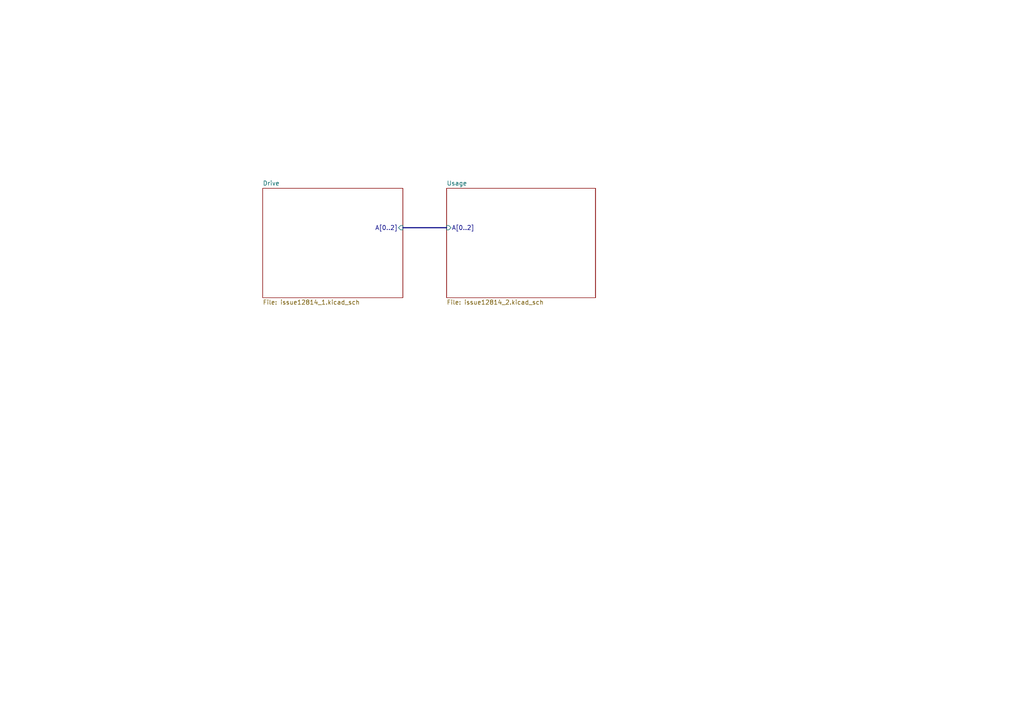
<source format=kicad_sch>
(kicad_sch (version 20230819) (generator eeschema)
  (paper "A4")
  (lib_symbols)
  (bus (pts (xy 116.84 66.04) (xy 129.54 66.04)))
  (sheet (at 76.2 54.61) (size 40.64 31.75) (stroke (width 0.1524))
    (property "Sheetname" "Drive" (at 76.2 53.8984 0) (effects (justify left bottom)))
    (property "Sheetfile" "issue12814_1.kicad_sch" (at 76.2 86.9446 0) (effects (justify left top)))
    (pin "A[0..2]" input (at 116.84 66.04 0))
  )
  (sheet (at 129.54 54.61) (size 43.18 31.75) (stroke (width 0.1524))
    (property "Sheetname" "Usage" (at 129.54 53.8984 0) (effects (justify left bottom)))
    (property "Sheetfile" "issue12814_2.kicad_sch" (at 129.54 86.9446 0) (effects (justify left top)))
    (pin "A[0..2]" input (at 129.54 66.04 180))
  )
)
</source>
